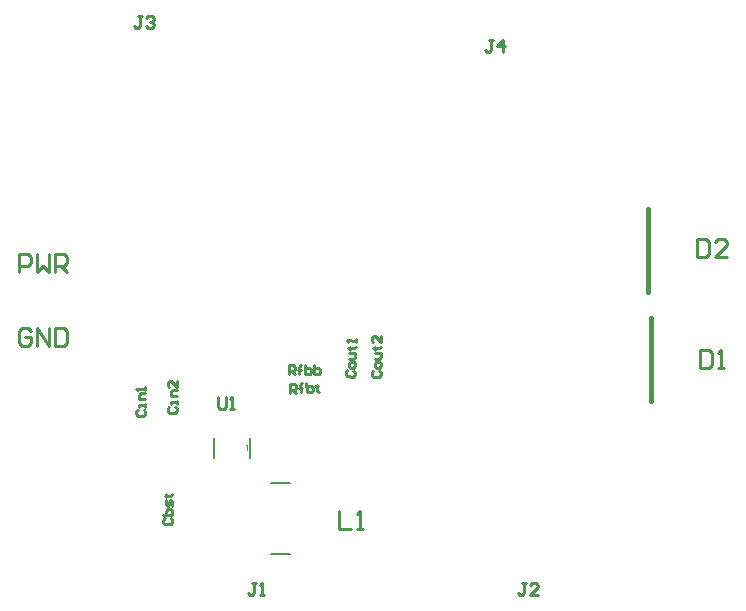
<source format=gto>
G04*
G04 #@! TF.GenerationSoftware,Altium Limited,Altium Designer,22.10.1 (41)*
G04*
G04 Layer_Color=65535*
%FSLAX44Y44*%
%MOMM*%
G71*
G04*
G04 #@! TF.SameCoordinates,1ED68049-6446-41C4-8790-5122A1232E00*
G04*
G04*
G04 #@! TF.FilePolarity,Positive*
G04*
G01*
G75*
%ADD10C,0.1524*%
%ADD11C,0.4000*%
%ADD12C,0.2540*%
D10*
X247740Y147863D02*
G03*
X247740Y144237I2450J-1813D01*
G01*
X267327Y116360D02*
X283673D01*
X267327Y56360D02*
X283673D01*
X219710Y137287D02*
Y154813D01*
X250190Y137287D02*
Y154813D01*
D11*
X586600Y278309D02*
Y348309D01*
X589140Y185980D02*
Y255980D01*
D12*
X325000Y92541D02*
X325249Y77308D01*
X335404Y77474D01*
X340482Y77556D02*
X345560Y77639D01*
X343021Y77598D01*
X342772Y92831D01*
X340275Y90251D01*
X158327Y511808D02*
X154942D01*
X156634D01*
Y503344D01*
X154942Y501652D01*
X153249D01*
X151556Y503344D01*
X161713Y510116D02*
X163406Y511808D01*
X166791D01*
X168484Y510116D01*
Y508423D01*
X166791Y506730D01*
X165098D01*
X166791D01*
X168484Y505037D01*
Y503344D01*
X166791Y501652D01*
X163406D01*
X161713Y503344D01*
X455507Y491488D02*
X452122Y491488D01*
X453815Y491488D01*
X453814Y483024D01*
X452122Y481332D01*
X450429Y481332D01*
X448736Y483025D01*
X463971Y481331D02*
X463971Y491488D01*
X458893Y486410D01*
X465664Y486410D01*
X483490Y31762D02*
X480105Y31791D01*
X481797Y31777D01*
X481726Y23313D01*
X480019Y21635D01*
X478326Y21649D01*
X476648Y23356D01*
X493561Y21521D02*
X486790Y21578D01*
X493618Y28291D01*
X493632Y29984D01*
X491954Y31691D01*
X488568Y31720D01*
X486861Y30041D01*
X223170Y189321D02*
X223053Y180858D01*
X224722Y179142D01*
X228107Y179095D01*
X229823Y180765D01*
X229940Y189228D01*
X233185Y179025D02*
X236570Y178979D01*
X234878Y179002D01*
X235018Y189158D01*
X233302Y187488D01*
X628654Y322578D02*
Y307342D01*
X636272D01*
X638811Y309882D01*
Y320038D01*
X636272Y322578D01*
X628654D01*
X654046Y307342D02*
X643889D01*
X654046Y317499D01*
Y320038D01*
X651507Y322578D01*
X646428D01*
X643889Y320038D01*
X181723Y180944D02*
X180470Y179657D01*
X180505Y177118D01*
X181791Y175866D01*
X186869Y175935D01*
X188121Y177222D01*
X188087Y179760D01*
X186800Y181013D01*
X188036Y183569D02*
X188001Y186108D01*
X188018Y184838D01*
X182941Y184770D01*
X182958Y183500D01*
X187950Y189916D02*
X182872Y189848D01*
X182820Y193656D01*
X184073Y194943D01*
X187881Y194994D01*
X187778Y202611D02*
X187847Y197533D01*
X182700Y202542D01*
X181431Y202525D01*
X180179Y201238D01*
X180213Y198700D01*
X181500Y197447D01*
X354224Y211482D02*
X352943Y210224D01*
X352920Y207685D01*
X354179Y206404D01*
X359257Y206359D01*
X360538Y207617D01*
X360560Y210156D01*
X359302Y211437D01*
X360605Y215234D02*
X360628Y217773D01*
X359370Y219054D01*
X356831Y219077D01*
X355550Y217818D01*
X355527Y215279D01*
X356786Y213999D01*
X359325Y213976D01*
X360605Y215234D01*
X355584Y221627D02*
X359392Y221593D01*
X360673Y222851D01*
X360707Y226660D01*
X355629Y226705D01*
X354393Y230525D02*
X355662Y230514D01*
X355651Y229244D01*
X355674Y231783D01*
X355662Y230514D01*
X359471Y230480D01*
X360752Y231738D01*
X360831Y240625D02*
X360786Y235547D01*
X355753Y240670D01*
X354483Y240681D01*
X353202Y239423D01*
X353180Y236884D01*
X354438Y235603D01*
X282605Y208193D02*
X282554Y215810D01*
X286363Y215835D01*
X287641Y214574D01*
X287658Y212035D01*
X286397Y210757D01*
X282588Y210732D01*
X285127Y210749D02*
X287683Y208227D01*
X291492Y208252D02*
X291450Y214600D01*
X291467Y212061D01*
X290197Y212052D01*
X292736Y212069D01*
X291467Y212061D01*
X291450Y214600D01*
X292711Y215878D01*
X296520Y215903D02*
X296570Y208286D01*
X300379Y208311D01*
X301640Y209589D01*
X301632Y210858D01*
X301623Y212128D01*
X300345Y213389D01*
X296536Y213364D01*
X304137Y215954D02*
X304187Y208336D01*
X307996Y208361D01*
X309257Y209639D01*
X309249Y210909D01*
X309240Y212178D01*
X307962Y213440D01*
X304154Y213414D01*
X177801Y86362D02*
X176531Y85093D01*
Y82554D01*
X177801Y81284D01*
X182879D01*
X184149Y82554D01*
Y85093D01*
X182879Y86362D01*
X176531Y88902D02*
X184149D01*
Y92710D01*
X182879Y93980D01*
X181610D01*
X180340D01*
X179070Y92710D01*
Y88902D01*
X184149Y96519D02*
Y100328D01*
X182879Y101597D01*
X181610Y100328D01*
Y97789D01*
X180340Y96519D01*
X179070Y97789D01*
Y101597D01*
X177801Y105406D02*
X179070D01*
Y104137D01*
Y106676D01*
Y105406D01*
X182879D01*
X184149Y106676D01*
X155010Y178412D02*
X153753Y177130D01*
X153779Y174591D01*
X155061Y173334D01*
X160139Y173385D01*
X161396Y174667D01*
X161371Y177206D01*
X160088Y178463D01*
X161333Y181014D02*
X161308Y183554D01*
X161320Y182284D01*
X156242Y182234D01*
X156255Y180964D01*
X161270Y187362D02*
X156192Y187312D01*
X156154Y191120D01*
X157411Y192402D01*
X161219Y192440D01*
X161194Y194979D02*
X161169Y197518D01*
X161181Y196249D01*
X153564Y196173D01*
X154846Y194916D01*
X332361Y211555D02*
X331047Y210331D01*
X330958Y207793D01*
X332182Y206480D01*
X337257Y206300D01*
X338570Y207524D01*
X338660Y210062D01*
X337436Y211376D01*
X338840Y215137D02*
X338929Y217675D01*
X337705Y218988D01*
X335168Y219078D01*
X333854Y217854D01*
X333764Y215317D01*
X334988Y214003D01*
X337526Y213913D01*
X338840Y215137D01*
X333989Y221660D02*
X337795Y221526D01*
X339109Y222750D01*
X339243Y226556D01*
X334168Y226736D01*
X333034Y230587D02*
X334303Y230542D01*
X334258Y229273D01*
X334348Y231811D01*
X334303Y230542D01*
X338109Y230407D01*
X339423Y231631D01*
X339557Y235438D02*
X339647Y237975D01*
X339602Y236707D01*
X331990Y236976D01*
X333214Y235662D01*
X631193Y228598D02*
Y213363D01*
X638811D01*
X641350Y215902D01*
Y226058D01*
X638811Y228598D01*
X631193D01*
X646428Y213363D02*
X651507D01*
X648968D01*
Y228598D01*
X646428Y226058D01*
X255270Y31748D02*
X251885Y31748D01*
X253577Y31748D01*
X253577Y23284D01*
X251884Y21592D01*
X250191Y21592D01*
X248499Y23285D01*
X258655Y21591D02*
X262041Y21591D01*
X260348Y21591D01*
X260349Y31748D01*
X258656Y30055D01*
X283951Y192732D02*
X283755Y200347D01*
X287562Y200445D01*
X288864Y199209D01*
X288930Y196670D01*
X287693Y195368D01*
X283886Y195271D01*
X286424Y195336D02*
X289028Y192863D01*
X292835Y192961D02*
X292672Y199307D01*
X292737Y196768D01*
X291468Y196736D01*
X294006Y196801D01*
X292737Y196768D01*
X292672Y199307D01*
X293908Y200609D01*
X297716Y200707D02*
X297912Y193092D01*
X301719Y193190D01*
X302956Y194491D01*
X302923Y195761D01*
X302890Y197030D01*
X301589Y198266D01*
X297781Y198168D01*
X306633Y199666D02*
X306665Y198397D01*
X305396Y198364D01*
X307934Y198430D01*
X306665Y198397D01*
X306763Y194589D01*
X308065Y193353D01*
X64767Y245106D02*
X62228Y247645D01*
X57149D01*
X54610Y245106D01*
Y234949D01*
X57149Y232410D01*
X62228D01*
X64767Y234949D01*
Y240028D01*
X59688D01*
X69845Y232410D02*
Y247645D01*
X80002Y232410D01*
Y247645D01*
X85080D02*
Y232410D01*
X92698D01*
X95237Y234949D01*
Y245106D01*
X92698Y247645D01*
X85080D01*
X54610Y294640D02*
Y309875D01*
X62228D01*
X64767Y307336D01*
Y302257D01*
X62228Y299718D01*
X54610D01*
X69845Y309875D02*
Y294640D01*
X74923Y299718D01*
X80002Y294640D01*
Y309875D01*
X85080Y294640D02*
Y309875D01*
X92698D01*
X95237Y307336D01*
Y302257D01*
X92698Y299718D01*
X85080D01*
X90159D02*
X95237Y294640D01*
M02*

</source>
